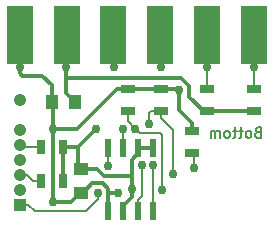
<source format=gbl>
G04 #@! TF.FileFunction,Copper,L2,Bot,Signal*
%FSLAX46Y46*%
G04 Gerber Fmt 4.6, Leading zero omitted, Abs format (unit mm)*
G04 Created by KiCad (PCBNEW 4.0.5) date 11/08/17 13:58:34*
%MOMM*%
%LPD*%
G01*
G04 APERTURE LIST*
%ADD10C,0.100000*%
%ADD11C,0.203200*%
%ADD12R,0.600000X1.550000*%
%ADD13R,1.000000X1.250000*%
%ADD14R,1.250000X1.000000*%
%ADD15R,1.300000X0.700000*%
%ADD16R,1.041400X1.041400*%
%ADD17C,1.041400*%
%ADD18R,0.700000X1.300000*%
%ADD19R,2.250000X5.000000*%
%ADD20C,0.762000*%
%ADD21C,0.304800*%
G04 APERTURE END LIST*
D10*
D11*
X195516499Y-50990500D02*
X195389499Y-51032833D01*
X195347166Y-51075167D01*
X195304832Y-51159833D01*
X195304832Y-51286833D01*
X195347166Y-51371500D01*
X195389499Y-51413833D01*
X195474166Y-51456167D01*
X195812832Y-51456167D01*
X195812832Y-50567167D01*
X195516499Y-50567167D01*
X195431832Y-50609500D01*
X195389499Y-50651833D01*
X195347166Y-50736500D01*
X195347166Y-50821167D01*
X195389499Y-50905833D01*
X195431832Y-50948167D01*
X195516499Y-50990500D01*
X195812832Y-50990500D01*
X194796832Y-51456167D02*
X194881499Y-51413833D01*
X194923832Y-51371500D01*
X194966166Y-51286833D01*
X194966166Y-51032833D01*
X194923832Y-50948167D01*
X194881499Y-50905833D01*
X194796832Y-50863500D01*
X194669832Y-50863500D01*
X194585166Y-50905833D01*
X194542832Y-50948167D01*
X194500499Y-51032833D01*
X194500499Y-51286833D01*
X194542832Y-51371500D01*
X194585166Y-51413833D01*
X194669832Y-51456167D01*
X194796832Y-51456167D01*
X194246499Y-50863500D02*
X193907833Y-50863500D01*
X194119499Y-50567167D02*
X194119499Y-51329167D01*
X194077166Y-51413833D01*
X193992499Y-51456167D01*
X193907833Y-51456167D01*
X193738499Y-50863500D02*
X193399833Y-50863500D01*
X193611499Y-50567167D02*
X193611499Y-51329167D01*
X193569166Y-51413833D01*
X193484499Y-51456167D01*
X193399833Y-51456167D01*
X192976499Y-51456167D02*
X193061166Y-51413833D01*
X193103499Y-51371500D01*
X193145833Y-51286833D01*
X193145833Y-51032833D01*
X193103499Y-50948167D01*
X193061166Y-50905833D01*
X192976499Y-50863500D01*
X192849499Y-50863500D01*
X192764833Y-50905833D01*
X192722499Y-50948167D01*
X192680166Y-51032833D01*
X192680166Y-51286833D01*
X192722499Y-51371500D01*
X192764833Y-51413833D01*
X192849499Y-51456167D01*
X192976499Y-51456167D01*
X192299166Y-51456167D02*
X192299166Y-50863500D01*
X192299166Y-50948167D02*
X192256833Y-50905833D01*
X192172166Y-50863500D01*
X192045166Y-50863500D01*
X191960500Y-50905833D01*
X191918166Y-50990500D01*
X191918166Y-51456167D01*
X191918166Y-50990500D02*
X191875833Y-50905833D01*
X191791166Y-50863500D01*
X191664166Y-50863500D01*
X191579500Y-50905833D01*
X191537166Y-50990500D01*
X191537166Y-51456167D01*
D12*
X186690000Y-57691000D03*
X185420000Y-57691000D03*
X184150000Y-57691000D03*
X182880000Y-57691000D03*
X182880000Y-52291000D03*
X184150000Y-52291000D03*
X185420000Y-52291000D03*
X186690000Y-52291000D03*
D13*
X180086000Y-48387000D03*
X178086000Y-48387000D03*
D14*
X180594000Y-54118000D03*
X180594000Y-56118000D03*
D15*
X184531000Y-49210000D03*
X184531000Y-47310000D03*
X187325000Y-49210000D03*
X187325000Y-47310000D03*
X191262000Y-49210000D03*
X191262000Y-47310000D03*
X195199000Y-49210000D03*
X195199000Y-47310000D03*
X189992000Y-52766000D03*
X189992000Y-50866000D03*
D16*
X175387000Y-57150000D03*
D17*
X175387000Y-55880000D03*
X175387000Y-54610000D03*
X175387000Y-53340000D03*
X175387000Y-52070000D03*
X175387000Y-50800000D03*
X175387000Y-48260000D03*
D18*
X179070000Y-55118000D03*
X177170000Y-55118000D03*
X179070000Y-52197000D03*
X177170000Y-52197000D03*
D19*
X175387000Y-42746000D03*
X179349400Y-42746000D03*
X183311800Y-42746000D03*
X187274200Y-42746000D03*
X191236600Y-42746000D03*
X195199000Y-42746000D03*
D20*
X188341000Y-54533802D03*
X186309000Y-50292000D03*
X178181000Y-56896000D03*
X178181010Y-50673000D03*
X175387000Y-45466000D03*
X183667420Y-56134000D03*
X188849000Y-47371000D03*
X187325000Y-45466000D03*
X181864000Y-50673000D03*
X184865976Y-55778420D03*
X195199000Y-45466000D03*
X191262000Y-45466000D03*
X179324000Y-45466000D03*
X183388000Y-45466000D03*
X187452000Y-55880000D03*
X185166000Y-50673000D03*
X186699317Y-53779631D03*
X185734268Y-53797385D03*
X182880000Y-53848004D03*
X184150000Y-50673000D03*
X181991000Y-56134000D03*
X190119000Y-53975000D03*
D11*
X188341000Y-50779200D02*
X188341000Y-54533802D01*
X187325000Y-49210000D02*
X187325000Y-49763200D01*
X187325000Y-49763200D02*
X188341000Y-50779200D01*
X186309000Y-49372800D02*
X186309000Y-50292000D01*
X187325000Y-49210000D02*
X186471800Y-49210000D01*
X186471800Y-49210000D02*
X186309000Y-49372800D01*
D21*
X178181000Y-56896000D02*
X179691000Y-56896000D01*
X179691000Y-56896000D02*
X180469000Y-56118000D01*
X180469000Y-56118000D02*
X180594000Y-56118000D01*
X178181010Y-56895990D02*
X178181000Y-56896000D01*
X178181010Y-50673000D02*
X178181010Y-56895990D01*
X178181010Y-50673000D02*
X178181010Y-48482010D01*
X178181010Y-48482010D02*
X178086000Y-48387000D01*
X180213200Y-50673000D02*
X178181010Y-50673000D01*
X184531000Y-47310000D02*
X183576200Y-47310000D01*
X183576200Y-47310000D02*
X180213200Y-50673000D01*
X175387000Y-45466000D02*
X175387000Y-46004815D01*
X175387000Y-46004815D02*
X175610185Y-46228000D01*
X175610185Y-46228000D02*
X177292000Y-46228000D01*
X178086000Y-47022000D02*
X178086000Y-48387000D01*
X177292000Y-46228000D02*
X178086000Y-47022000D01*
X187325000Y-47310000D02*
X184531000Y-47310000D01*
X175387000Y-45466000D02*
X175387000Y-42746000D01*
X182880000Y-56134000D02*
X182880000Y-55782460D01*
X180719000Y-56118000D02*
X180594000Y-56118000D01*
X181541202Y-55295798D02*
X180719000Y-56118000D01*
X182880000Y-55782460D02*
X182393338Y-55295798D01*
X182393338Y-55295798D02*
X181541202Y-55295798D01*
X182880000Y-56134000D02*
X183667420Y-56134000D01*
X182880000Y-57691000D02*
X182880000Y-56134000D01*
X189992000Y-50866000D02*
X189992000Y-50211200D01*
X189992000Y-50211200D02*
X188849000Y-49068200D01*
X188849000Y-49068200D02*
X188849000Y-47371000D01*
X182831000Y-57642000D02*
X182880000Y-57691000D01*
X188788000Y-47310000D02*
X188849000Y-47371000D01*
X187325000Y-47310000D02*
X188788000Y-47310000D01*
X187391000Y-47244000D02*
X187325000Y-47310000D01*
D11*
X187325000Y-45466000D02*
X187325000Y-42796800D01*
X187325000Y-42796800D02*
X187274200Y-42746000D01*
D21*
X184865976Y-55778420D02*
X184865976Y-54686200D01*
X184865976Y-54686200D02*
X184865976Y-53320024D01*
X182477662Y-54686206D02*
X184865970Y-54686206D01*
X184865970Y-54686206D02*
X184865976Y-54686200D01*
X181909456Y-54118000D02*
X180594000Y-54118000D01*
X182477662Y-54686206D02*
X181909456Y-54118000D01*
X180594000Y-54118000D02*
X180483000Y-54118000D01*
X180483000Y-54118000D02*
X180340000Y-53975000D01*
X180340000Y-53975000D02*
X180340000Y-52197000D01*
X179070000Y-52197000D02*
X180340000Y-52197000D01*
X180340000Y-52197000D02*
X181864000Y-50673000D01*
X179070000Y-52197000D02*
X179070000Y-55118000D01*
X180584600Y-54127400D02*
X180594000Y-54118000D01*
X184865976Y-53320024D02*
X185420000Y-52766000D01*
X185420000Y-52766000D02*
X185420000Y-52291000D01*
X184865976Y-56500024D02*
X184865976Y-55778420D01*
X184150000Y-57216000D02*
X184865976Y-56500024D01*
X184150000Y-57691000D02*
X184150000Y-57216000D01*
X186690000Y-52291000D02*
X185420000Y-52291000D01*
D11*
X195199000Y-45466000D02*
X195199000Y-42746000D01*
X195199000Y-45466000D02*
X195199000Y-47310000D01*
X191262000Y-45466000D02*
X191262000Y-42771400D01*
X191262000Y-42771400D02*
X191236600Y-42746000D01*
X191262000Y-45466000D02*
X191262000Y-47310000D01*
D21*
X179324000Y-45466000D02*
X179324000Y-46355000D01*
X179324000Y-46355000D02*
X179324000Y-47625000D01*
X189073540Y-46355000D02*
X179324000Y-46355000D01*
X179324000Y-47625000D02*
X180086000Y-48387000D01*
X189750000Y-47031460D02*
X189073540Y-46355000D01*
X179324000Y-45466000D02*
X179324000Y-42771400D01*
X179324000Y-42771400D02*
X179349400Y-42746000D01*
X191262000Y-49210000D02*
X190962000Y-49210000D01*
X190962000Y-49210000D02*
X189750000Y-47998000D01*
X189750000Y-47998000D02*
X189750000Y-47031460D01*
X195199000Y-49210000D02*
X191262000Y-49210000D01*
D11*
X183388000Y-45466000D02*
X183388000Y-42822200D01*
X183388000Y-42822200D02*
X183311800Y-42746000D01*
X177170000Y-52197000D02*
X175514000Y-52197000D01*
X175514000Y-52197000D02*
X175387000Y-52070000D01*
X177170000Y-55118000D02*
X176530000Y-55118000D01*
X176530000Y-55118000D02*
X176022000Y-54610000D01*
X176022000Y-54610000D02*
X175387000Y-54610000D01*
X187452000Y-51246478D02*
X187452000Y-55880000D01*
X187259521Y-51053999D02*
X187452000Y-51246478D01*
X185546999Y-51053999D02*
X187259521Y-51053999D01*
X185166000Y-50673000D02*
X185546999Y-51053999D01*
X184531000Y-50038000D02*
X184531000Y-49210000D01*
X185166000Y-50673000D02*
X184531000Y-50038000D01*
X186690000Y-57691000D02*
X186690000Y-53788948D01*
X186690000Y-53788948D02*
X186699317Y-53779631D01*
X185734268Y-56398532D02*
X185734268Y-53797385D01*
X185420000Y-56712800D02*
X185734268Y-56398532D01*
X185420000Y-57691000D02*
X185420000Y-56712800D01*
X182880000Y-52291000D02*
X182880000Y-53848004D01*
X184150000Y-52291000D02*
X184150000Y-50673000D01*
X176110900Y-57150000D02*
X175387000Y-57150000D01*
X176644302Y-57683402D02*
X176110900Y-57150000D01*
X180980413Y-57683402D02*
X176644302Y-57683402D01*
X181991000Y-56672815D02*
X180980413Y-57683402D01*
X181991000Y-56134000D02*
X181991000Y-56672815D01*
X190119000Y-53975000D02*
X190119000Y-52893000D01*
X190119000Y-52893000D02*
X189992000Y-52766000D01*
X189992000Y-52959000D02*
X189992000Y-52766000D01*
M02*

</source>
